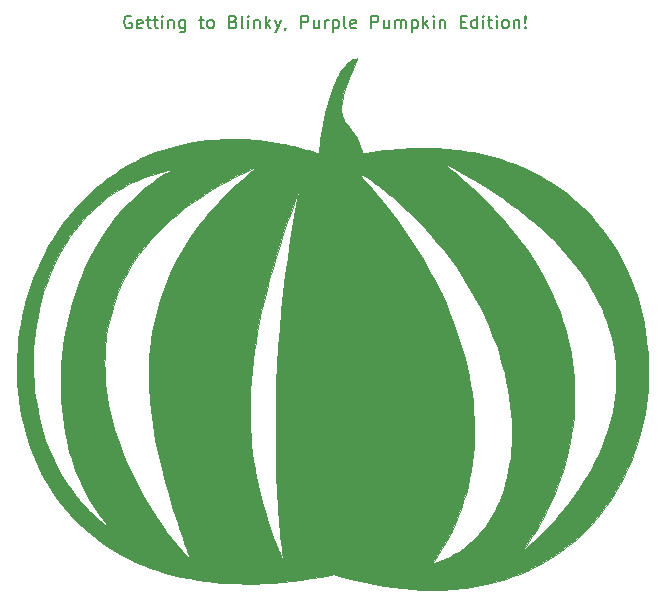
<source format=gbr>
G04 #@! TF.GenerationSoftware,KiCad,Pcbnew,(5.99.0-3978-g0efe073de)*
G04 #@! TF.CreationDate,2020-10-25T12:36:58-05:00*
G04 #@! TF.ProjectId,gtb-pumpkin,6774622d-7075-46d7-906b-696e2e6b6963,rev?*
G04 #@! TF.SameCoordinates,Original*
G04 #@! TF.FileFunction,Copper,L1,Top*
G04 #@! TF.FilePolarity,Positive*
%FSLAX46Y46*%
G04 Gerber Fmt 4.6, Leading zero omitted, Abs format (unit mm)*
G04 Created by KiCad (PCBNEW (5.99.0-3978-g0efe073de)) date 2020-10-25 12:36:58*
%MOMM*%
%LPD*%
G01*
G04 APERTURE LIST*
%ADD10C,0.152400*%
G04 #@! TA.AperFunction,EtchedComponent*
%ADD11C,0.010000*%
G04 #@! TD*
G04 APERTURE END LIST*
D10*
X161772600Y-94742000D02*
X161671000Y-94691200D01*
X161518600Y-94691200D01*
X161366200Y-94742000D01*
X161264600Y-94843600D01*
X161213800Y-94945200D01*
X161163000Y-95148400D01*
X161163000Y-95300800D01*
X161213800Y-95504000D01*
X161264600Y-95605600D01*
X161366200Y-95707200D01*
X161518600Y-95758000D01*
X161620200Y-95758000D01*
X161772600Y-95707200D01*
X161823400Y-95656400D01*
X161823400Y-95300800D01*
X161620200Y-95300800D01*
X162687000Y-95707200D02*
X162585400Y-95758000D01*
X162382200Y-95758000D01*
X162280600Y-95707200D01*
X162229800Y-95605600D01*
X162229800Y-95199200D01*
X162280600Y-95097600D01*
X162382200Y-95046800D01*
X162585400Y-95046800D01*
X162687000Y-95097600D01*
X162737800Y-95199200D01*
X162737800Y-95300800D01*
X162229800Y-95402400D01*
X163042600Y-95046800D02*
X163449000Y-95046800D01*
X163195000Y-94691200D02*
X163195000Y-95605600D01*
X163245800Y-95707200D01*
X163347400Y-95758000D01*
X163449000Y-95758000D01*
X163652200Y-95046800D02*
X164058600Y-95046800D01*
X163804600Y-94691200D02*
X163804600Y-95605600D01*
X163855400Y-95707200D01*
X163957000Y-95758000D01*
X164058600Y-95758000D01*
X164414200Y-95758000D02*
X164414200Y-95046800D01*
X164414200Y-94691200D02*
X164363400Y-94742000D01*
X164414200Y-94792800D01*
X164465000Y-94742000D01*
X164414200Y-94691200D01*
X164414200Y-94792800D01*
X164922200Y-95046800D02*
X164922200Y-95758000D01*
X164922200Y-95148400D02*
X164973000Y-95097600D01*
X165074600Y-95046800D01*
X165227000Y-95046800D01*
X165328600Y-95097600D01*
X165379400Y-95199200D01*
X165379400Y-95758000D01*
X166344600Y-95046800D02*
X166344600Y-95910400D01*
X166293800Y-96012000D01*
X166243000Y-96062800D01*
X166141400Y-96113600D01*
X165989000Y-96113600D01*
X165887400Y-96062800D01*
X166344600Y-95707200D02*
X166243000Y-95758000D01*
X166039800Y-95758000D01*
X165938200Y-95707200D01*
X165887400Y-95656400D01*
X165836600Y-95554800D01*
X165836600Y-95250000D01*
X165887400Y-95148400D01*
X165938200Y-95097600D01*
X166039800Y-95046800D01*
X166243000Y-95046800D01*
X166344600Y-95097600D01*
X167513000Y-95046800D02*
X167919400Y-95046800D01*
X167665400Y-94691200D02*
X167665400Y-95605600D01*
X167716200Y-95707200D01*
X167817800Y-95758000D01*
X167919400Y-95758000D01*
X168427400Y-95758000D02*
X168325800Y-95707200D01*
X168275000Y-95656400D01*
X168224200Y-95554800D01*
X168224200Y-95250000D01*
X168275000Y-95148400D01*
X168325800Y-95097600D01*
X168427400Y-95046800D01*
X168579800Y-95046800D01*
X168681400Y-95097600D01*
X168732200Y-95148400D01*
X168783000Y-95250000D01*
X168783000Y-95554800D01*
X168732200Y-95656400D01*
X168681400Y-95707200D01*
X168579800Y-95758000D01*
X168427400Y-95758000D01*
X170408600Y-95199200D02*
X170561000Y-95250000D01*
X170611800Y-95300800D01*
X170662600Y-95402400D01*
X170662600Y-95554800D01*
X170611800Y-95656400D01*
X170561000Y-95707200D01*
X170459400Y-95758000D01*
X170053000Y-95758000D01*
X170053000Y-94691200D01*
X170408600Y-94691200D01*
X170510200Y-94742000D01*
X170561000Y-94792800D01*
X170611800Y-94894400D01*
X170611800Y-94996000D01*
X170561000Y-95097600D01*
X170510200Y-95148400D01*
X170408600Y-95199200D01*
X170053000Y-95199200D01*
X171272200Y-95758000D02*
X171170600Y-95707200D01*
X171119800Y-95605600D01*
X171119800Y-94691200D01*
X171678600Y-95758000D02*
X171678600Y-95046800D01*
X171678600Y-94691200D02*
X171627800Y-94742000D01*
X171678600Y-94792800D01*
X171729400Y-94742000D01*
X171678600Y-94691200D01*
X171678600Y-94792800D01*
X172186600Y-95046800D02*
X172186600Y-95758000D01*
X172186600Y-95148400D02*
X172237400Y-95097600D01*
X172339000Y-95046800D01*
X172491400Y-95046800D01*
X172593000Y-95097600D01*
X172643800Y-95199200D01*
X172643800Y-95758000D01*
X173151800Y-95758000D02*
X173151800Y-94691200D01*
X173253400Y-95351600D02*
X173558200Y-95758000D01*
X173558200Y-95046800D02*
X173151800Y-95453200D01*
X173913800Y-95046800D02*
X174167800Y-95758000D01*
X174421800Y-95046800D02*
X174167800Y-95758000D01*
X174066200Y-96012000D01*
X174015400Y-96062800D01*
X173913800Y-96113600D01*
X174879000Y-95707200D02*
X174879000Y-95758000D01*
X174828200Y-95859600D01*
X174777400Y-95910400D01*
X176149000Y-95758000D02*
X176149000Y-94691200D01*
X176555400Y-94691200D01*
X176657000Y-94742000D01*
X176707800Y-94792800D01*
X176758600Y-94894400D01*
X176758600Y-95046800D01*
X176707800Y-95148400D01*
X176657000Y-95199200D01*
X176555400Y-95250000D01*
X176149000Y-95250000D01*
X177673000Y-95046800D02*
X177673000Y-95758000D01*
X177215800Y-95046800D02*
X177215800Y-95605600D01*
X177266600Y-95707200D01*
X177368200Y-95758000D01*
X177520600Y-95758000D01*
X177622200Y-95707200D01*
X177673000Y-95656400D01*
X178181000Y-95758000D02*
X178181000Y-95046800D01*
X178181000Y-95250000D02*
X178231800Y-95148400D01*
X178282600Y-95097600D01*
X178384200Y-95046800D01*
X178485800Y-95046800D01*
X178841400Y-95046800D02*
X178841400Y-96113600D01*
X178841400Y-95097600D02*
X178943000Y-95046800D01*
X179146200Y-95046800D01*
X179247800Y-95097600D01*
X179298600Y-95148400D01*
X179349400Y-95250000D01*
X179349400Y-95554800D01*
X179298600Y-95656400D01*
X179247800Y-95707200D01*
X179146200Y-95758000D01*
X178943000Y-95758000D01*
X178841400Y-95707200D01*
X179959000Y-95758000D02*
X179857400Y-95707200D01*
X179806600Y-95605600D01*
X179806600Y-94691200D01*
X180771800Y-95707200D02*
X180670200Y-95758000D01*
X180467000Y-95758000D01*
X180365400Y-95707200D01*
X180314600Y-95605600D01*
X180314600Y-95199200D01*
X180365400Y-95097600D01*
X180467000Y-95046800D01*
X180670200Y-95046800D01*
X180771800Y-95097600D01*
X180822600Y-95199200D01*
X180822600Y-95300800D01*
X180314600Y-95402400D01*
X182092600Y-95758000D02*
X182092600Y-94691200D01*
X182499000Y-94691200D01*
X182600600Y-94742000D01*
X182651400Y-94792800D01*
X182702200Y-94894400D01*
X182702200Y-95046800D01*
X182651400Y-95148400D01*
X182600600Y-95199200D01*
X182499000Y-95250000D01*
X182092600Y-95250000D01*
X183616600Y-95046800D02*
X183616600Y-95758000D01*
X183159400Y-95046800D02*
X183159400Y-95605600D01*
X183210200Y-95707200D01*
X183311800Y-95758000D01*
X183464200Y-95758000D01*
X183565800Y-95707200D01*
X183616600Y-95656400D01*
X184124600Y-95758000D02*
X184124600Y-95046800D01*
X184124600Y-95148400D02*
X184175400Y-95097600D01*
X184277000Y-95046800D01*
X184429400Y-95046800D01*
X184531000Y-95097600D01*
X184581800Y-95199200D01*
X184581800Y-95758000D01*
X184581800Y-95199200D02*
X184632600Y-95097600D01*
X184734200Y-95046800D01*
X184886600Y-95046800D01*
X184988200Y-95097600D01*
X185039000Y-95199200D01*
X185039000Y-95758000D01*
X185547000Y-95046800D02*
X185547000Y-96113600D01*
X185547000Y-95097600D02*
X185648600Y-95046800D01*
X185851800Y-95046800D01*
X185953400Y-95097600D01*
X186004200Y-95148400D01*
X186055000Y-95250000D01*
X186055000Y-95554800D01*
X186004200Y-95656400D01*
X185953400Y-95707200D01*
X185851800Y-95758000D01*
X185648600Y-95758000D01*
X185547000Y-95707200D01*
X186512200Y-95758000D02*
X186512200Y-94691200D01*
X186613800Y-95351600D02*
X186918600Y-95758000D01*
X186918600Y-95046800D02*
X186512200Y-95453200D01*
X187375800Y-95758000D02*
X187375800Y-95046800D01*
X187375800Y-94691200D02*
X187325000Y-94742000D01*
X187375800Y-94792800D01*
X187426600Y-94742000D01*
X187375800Y-94691200D01*
X187375800Y-94792800D01*
X187883800Y-95046800D02*
X187883800Y-95758000D01*
X187883800Y-95148400D02*
X187934600Y-95097600D01*
X188036200Y-95046800D01*
X188188600Y-95046800D01*
X188290200Y-95097600D01*
X188341000Y-95199200D01*
X188341000Y-95758000D01*
X189661800Y-95199200D02*
X190017400Y-95199200D01*
X190169800Y-95758000D02*
X189661800Y-95758000D01*
X189661800Y-94691200D01*
X190169800Y-94691200D01*
X191084200Y-95758000D02*
X191084200Y-94691200D01*
X191084200Y-95707200D02*
X190982600Y-95758000D01*
X190779400Y-95758000D01*
X190677800Y-95707200D01*
X190627000Y-95656400D01*
X190576200Y-95554800D01*
X190576200Y-95250000D01*
X190627000Y-95148400D01*
X190677800Y-95097600D01*
X190779400Y-95046800D01*
X190982600Y-95046800D01*
X191084200Y-95097600D01*
X191592200Y-95758000D02*
X191592200Y-95046800D01*
X191592200Y-94691200D02*
X191541400Y-94742000D01*
X191592200Y-94792800D01*
X191643000Y-94742000D01*
X191592200Y-94691200D01*
X191592200Y-94792800D01*
X191947800Y-95046800D02*
X192354200Y-95046800D01*
X192100200Y-94691200D02*
X192100200Y-95605600D01*
X192151000Y-95707200D01*
X192252600Y-95758000D01*
X192354200Y-95758000D01*
X192709800Y-95758000D02*
X192709800Y-95046800D01*
X192709800Y-94691200D02*
X192659000Y-94742000D01*
X192709800Y-94792800D01*
X192760600Y-94742000D01*
X192709800Y-94691200D01*
X192709800Y-94792800D01*
X193370200Y-95758000D02*
X193268600Y-95707200D01*
X193217800Y-95656400D01*
X193167000Y-95554800D01*
X193167000Y-95250000D01*
X193217800Y-95148400D01*
X193268600Y-95097600D01*
X193370200Y-95046800D01*
X193522600Y-95046800D01*
X193624200Y-95097600D01*
X193675000Y-95148400D01*
X193725800Y-95250000D01*
X193725800Y-95554800D01*
X193675000Y-95656400D01*
X193624200Y-95707200D01*
X193522600Y-95758000D01*
X193370200Y-95758000D01*
X194183000Y-95046800D02*
X194183000Y-95758000D01*
X194183000Y-95148400D02*
X194233800Y-95097600D01*
X194335400Y-95046800D01*
X194487800Y-95046800D01*
X194589400Y-95097600D01*
X194640200Y-95199200D01*
X194640200Y-95758000D01*
X195148200Y-95656400D02*
X195199000Y-95707200D01*
X195148200Y-95758000D01*
X195097400Y-95707200D01*
X195148200Y-95656400D01*
X195148200Y-95758000D01*
X195148200Y-95351600D02*
X195097400Y-94742000D01*
X195148200Y-94691200D01*
X195199000Y-94742000D01*
X195148200Y-95351600D01*
X195148200Y-94691200D01*
G36*
X152140823Y-122907538D02*
G01*
X152210801Y-122179032D01*
X152298369Y-121499800D01*
X152412091Y-120797253D01*
X152548894Y-120100332D01*
X152708411Y-119409899D01*
X152890274Y-118726817D01*
X153094116Y-118051948D01*
X153319569Y-117386155D01*
X153566266Y-116730300D01*
X153833840Y-116085247D01*
X154121923Y-115451858D01*
X154430148Y-114830995D01*
X154758148Y-114223521D01*
X155105554Y-113630299D01*
X155472000Y-113052191D01*
X155857118Y-112490060D01*
X156260541Y-111944768D01*
X156495425Y-111645700D01*
X156909846Y-111147708D01*
X157341438Y-110664932D01*
X157788516Y-110199051D01*
X158249397Y-109751748D01*
X158722399Y-109324700D01*
X159205838Y-108919590D01*
X159308800Y-108837247D01*
X159829586Y-108440199D01*
X160362843Y-108065204D01*
X160908268Y-107712363D01*
X161465556Y-107381775D01*
X162034406Y-107073540D01*
X162078103Y-107052013D01*
X187985400Y-107052013D01*
X187994934Y-107061275D01*
X188021288Y-107083222D01*
X188061085Y-107115136D01*
X188110949Y-107154295D01*
X188147325Y-107182473D01*
X188738471Y-107647864D01*
X189323879Y-108128238D01*
X189901239Y-108621442D01*
X190468238Y-109125321D01*
X191022567Y-109637722D01*
X191561914Y-110156490D01*
X192083968Y-110679472D01*
X192586419Y-111204512D01*
X193066955Y-111729458D01*
X193263018Y-111950906D01*
X193794130Y-112573662D01*
X194301226Y-113202363D01*
X194784243Y-113836872D01*
X195243122Y-114477053D01*
X195677800Y-115122767D01*
X196088215Y-115773879D01*
X196474306Y-116430250D01*
X196836012Y-117091744D01*
X197173270Y-117758224D01*
X197486020Y-118429551D01*
X197774199Y-119105590D01*
X198037746Y-119786203D01*
X198276600Y-120471254D01*
X198490698Y-121160604D01*
X198679980Y-121854116D01*
X198844383Y-122551654D01*
X198983846Y-123253081D01*
X199098308Y-123958259D01*
X199187707Y-124667051D01*
X199243491Y-125266450D01*
X199253846Y-125401535D01*
X199262725Y-125523783D01*
X199270235Y-125636584D01*
X199276487Y-125743325D01*
X199281589Y-125847395D01*
X199285652Y-125952182D01*
X199288783Y-126061074D01*
X199291093Y-126177461D01*
X199292691Y-126304730D01*
X199293686Y-126446269D01*
X199294188Y-126605468D01*
X199294305Y-126785714D01*
X199294283Y-126841250D01*
X199293945Y-127044013D01*
X199293079Y-127224956D01*
X199291545Y-127387656D01*
X199289202Y-127535690D01*
X199285909Y-127672634D01*
X199281525Y-127802066D01*
X199275909Y-127927562D01*
X199268921Y-128052699D01*
X199260420Y-128181054D01*
X199250265Y-128316205D01*
X199238315Y-128461727D01*
X199224430Y-128621198D01*
X199224038Y-128625600D01*
X199146532Y-129353570D01*
X199043737Y-130079581D01*
X198915702Y-130803462D01*
X198762474Y-131525044D01*
X198584103Y-132244157D01*
X198380636Y-132960631D01*
X198152122Y-133674295D01*
X197898608Y-134384982D01*
X197620143Y-135092520D01*
X197316776Y-135796740D01*
X196988554Y-136497473D01*
X196985959Y-136502795D01*
X196762456Y-136948136D01*
X196523118Y-137400654D01*
X196270855Y-137855390D01*
X196008577Y-138307389D01*
X195739196Y-138751692D01*
X195465621Y-139183343D01*
X195190763Y-139597385D01*
X195045161Y-139808567D01*
X195001874Y-139870616D01*
X194963184Y-139926313D01*
X194931634Y-139971980D01*
X194909765Y-140003939D01*
X194900353Y-140018117D01*
X194899622Y-140021894D01*
X194907215Y-140017844D01*
X194924463Y-140004840D01*
X194952700Y-139981754D01*
X194993259Y-139947459D01*
X195047473Y-139900826D01*
X195116676Y-139840730D01*
X195202201Y-139766043D01*
X195305380Y-139675637D01*
X195306436Y-139674710D01*
X195806170Y-139225321D01*
X196298485Y-138760735D01*
X196779440Y-138284899D01*
X197245097Y-137801760D01*
X197691514Y-137315264D01*
X197918107Y-137058400D01*
X198390163Y-136499735D01*
X198839772Y-135935146D01*
X199266707Y-135365048D01*
X199670741Y-134789856D01*
X200051645Y-134209988D01*
X200409191Y-133625858D01*
X200743153Y-133037884D01*
X201053303Y-132446479D01*
X201339413Y-131852062D01*
X201601255Y-131255047D01*
X201838601Y-130655851D01*
X202051225Y-130054890D01*
X202238899Y-129452579D01*
X202393849Y-128879600D01*
X202531849Y-128278162D01*
X202644616Y-127677128D01*
X202732135Y-127076686D01*
X202794388Y-126477023D01*
X202831362Y-125878327D01*
X202843040Y-125280787D01*
X202829406Y-124684589D01*
X202793013Y-124119839D01*
X202730281Y-123530139D01*
X202642338Y-122943278D01*
X202529228Y-122359386D01*
X202390997Y-121778592D01*
X202227689Y-121201024D01*
X202039347Y-120626813D01*
X201826017Y-120056087D01*
X201587743Y-119488976D01*
X201324569Y-118925609D01*
X201036539Y-118366116D01*
X200723699Y-117810625D01*
X200497846Y-117436900D01*
X200146404Y-116893150D01*
X199770072Y-116353433D01*
X199369077Y-115817995D01*
X198943646Y-115287083D01*
X198494005Y-114760945D01*
X198020381Y-114239828D01*
X197523000Y-113723979D01*
X197002090Y-113213645D01*
X196457877Y-112709074D01*
X195890588Y-112210513D01*
X195300449Y-111718208D01*
X195122800Y-111574829D01*
X194509908Y-111095717D01*
X193875026Y-110622788D01*
X193217802Y-110155817D01*
X192537886Y-109694581D01*
X191834927Y-109238855D01*
X191108573Y-108788416D01*
X190358474Y-108343040D01*
X189584278Y-107902502D01*
X188785635Y-107466578D01*
X188210825Y-107163524D01*
X188142392Y-107128219D01*
X188082318Y-107097740D01*
X188033963Y-107073750D01*
X188000689Y-107057912D01*
X187985857Y-107051889D01*
X187985400Y-107052013D01*
X162078103Y-107052013D01*
X162614512Y-106787758D01*
X163205572Y-106524528D01*
X163807282Y-106283951D01*
X164419338Y-106066126D01*
X165041438Y-105871154D01*
X165673276Y-105699133D01*
X166314551Y-105550163D01*
X166964958Y-105424345D01*
X167624194Y-105321779D01*
X168291955Y-105242563D01*
X168967938Y-105186798D01*
X169651839Y-105154584D01*
X170343355Y-105146020D01*
X170529250Y-105147747D01*
X171043909Y-105160155D01*
X171548244Y-105183275D01*
X172046823Y-105217579D01*
X172544216Y-105263537D01*
X173044995Y-105321620D01*
X173553728Y-105392300D01*
X174074985Y-105476048D01*
X174559757Y-105563201D01*
X174785725Y-105607360D01*
X175026420Y-105657392D01*
X175278385Y-105712428D01*
X175538163Y-105771603D01*
X175802299Y-105834047D01*
X176067334Y-105898895D01*
X176329814Y-105965278D01*
X176586281Y-106032331D01*
X176833278Y-106099185D01*
X177067350Y-106164973D01*
X177285040Y-106228829D01*
X177482890Y-106289884D01*
X177575380Y-106319776D01*
X177621851Y-106334042D01*
X177658480Y-106343372D01*
X177679166Y-106346279D01*
X177681413Y-106345619D01*
X177684445Y-106331393D01*
X177688807Y-106295882D01*
X177694094Y-106243141D01*
X177699900Y-106177226D01*
X177705819Y-106102192D01*
X177705995Y-106099833D01*
X177743149Y-105677254D01*
X177792258Y-105243687D01*
X177852654Y-104802116D01*
X177923669Y-104355526D01*
X178004634Y-103906902D01*
X178094883Y-103459228D01*
X178193747Y-103015490D01*
X178300559Y-102578672D01*
X178414649Y-102151758D01*
X178535351Y-101737734D01*
X178661996Y-101339585D01*
X178793917Y-100960294D01*
X178930445Y-100602848D01*
X178943160Y-100571300D01*
X179076045Y-100257242D01*
X179211108Y-99965980D01*
X179348170Y-99697729D01*
X179487052Y-99452703D01*
X179627577Y-99231119D01*
X179769565Y-99033192D01*
X179912838Y-98859138D01*
X180057217Y-98709172D01*
X180202525Y-98583509D01*
X180348581Y-98482366D01*
X180495209Y-98405957D01*
X180642229Y-98354498D01*
X180789462Y-98328205D01*
X180802389Y-98327105D01*
X180852228Y-98323634D01*
X180881515Y-98323340D01*
X180894990Y-98327061D01*
X180897390Y-98335638D01*
X180895450Y-98343587D01*
X180888804Y-98360582D01*
X180873213Y-98398033D01*
X180849884Y-98453115D01*
X180820025Y-98522999D01*
X180784843Y-98604860D01*
X180745544Y-98695872D01*
X180708813Y-98780600D01*
X180537098Y-99182258D01*
X180379695Y-99563596D01*
X180236423Y-99925153D01*
X180107100Y-100267468D01*
X179991542Y-100591079D01*
X179889570Y-100896524D01*
X179800999Y-101184342D01*
X179725649Y-101455072D01*
X179663337Y-101709253D01*
X179613881Y-101947421D01*
X179588322Y-102095300D01*
X179575777Y-102193361D01*
X179566419Y-102305144D01*
X179560288Y-102425256D01*
X179557422Y-102548307D01*
X179557858Y-102668904D01*
X179561636Y-102781658D01*
X179568793Y-102881177D01*
X179579367Y-102962071D01*
X179582059Y-102976349D01*
X179612190Y-103105901D01*
X179649676Y-103228982D01*
X179696255Y-103348967D01*
X179753661Y-103469232D01*
X179823633Y-103593152D01*
X179907906Y-103724103D01*
X180008216Y-103865459D01*
X180105552Y-103993950D01*
X180210860Y-104130102D01*
X180302080Y-104248916D01*
X180380994Y-104352886D01*
X180449382Y-104444508D01*
X180509026Y-104526275D01*
X180561706Y-104600684D01*
X180609204Y-104670228D01*
X180653300Y-104737403D01*
X180695775Y-104804702D01*
X180738411Y-104874622D01*
X180759740Y-104910324D01*
X180861823Y-105093913D01*
X180962151Y-105296799D01*
X181058233Y-105512887D01*
X181147579Y-105736084D01*
X181227699Y-105960298D01*
X181296102Y-106179434D01*
X181331142Y-106308525D01*
X181341939Y-106345392D01*
X181351751Y-106369606D01*
X181356553Y-106375200D01*
X181370937Y-106373204D01*
X181406839Y-106367597D01*
X181460724Y-106358949D01*
X181529058Y-106347832D01*
X181608305Y-106334814D01*
X181668477Y-106324861D01*
X182183772Y-106243680D01*
X182696410Y-106171713D01*
X183211153Y-106108446D01*
X183732759Y-106053364D01*
X184265988Y-106005955D01*
X184815601Y-105965704D01*
X185229500Y-105940569D01*
X185306993Y-105937123D01*
X185406766Y-105934085D01*
X185526008Y-105931454D01*
X185661909Y-105929229D01*
X185811658Y-105927411D01*
X185972446Y-105926000D01*
X186141462Y-105924996D01*
X186315896Y-105924398D01*
X186492936Y-105924207D01*
X186669774Y-105924422D01*
X186843599Y-105925043D01*
X187011600Y-105926071D01*
X187170968Y-105927504D01*
X187318891Y-105929344D01*
X187452560Y-105931590D01*
X187569164Y-105934242D01*
X187665894Y-105937300D01*
X187737750Y-105940635D01*
X188210694Y-105971427D01*
X188662267Y-106007579D01*
X189096018Y-106049530D01*
X189515495Y-106097722D01*
X189924247Y-106152593D01*
X190325821Y-106214585D01*
X190723766Y-106284136D01*
X191103250Y-106357931D01*
X191763397Y-106503374D01*
X192407170Y-106667352D01*
X193036100Y-106850384D01*
X193651717Y-107052989D01*
X194255553Y-107275689D01*
X194849139Y-107519001D01*
X195434007Y-107783447D01*
X195738750Y-107931243D01*
X196299188Y-108221405D01*
X196840160Y-108526082D01*
X197364063Y-108846858D01*
X197873293Y-109185318D01*
X198370247Y-109543048D01*
X198857323Y-109921632D01*
X199277140Y-110271114D01*
X199600842Y-110557590D01*
X199927663Y-110863441D01*
X200252843Y-111183896D01*
X200571618Y-111514182D01*
X200879227Y-111849528D01*
X201073680Y-112071150D01*
X201484342Y-112567167D01*
X201877906Y-113081515D01*
X202253900Y-113613318D01*
X202611849Y-114161702D01*
X202951279Y-114725790D01*
X203271717Y-115304709D01*
X203572687Y-115897582D01*
X203853716Y-116503536D01*
X204114329Y-117121695D01*
X204354054Y-117751183D01*
X204572415Y-118391127D01*
X204674197Y-118717260D01*
X204864320Y-119386646D01*
X205030886Y-120060033D01*
X205174175Y-120738969D01*
X205294470Y-121425001D01*
X205392049Y-122119675D01*
X205467195Y-122824538D01*
X205504330Y-123291600D01*
X205527775Y-123705117D01*
X205542539Y-124136239D01*
X205548647Y-124578710D01*
X205546126Y-125026273D01*
X205535002Y-125472672D01*
X205515302Y-125911652D01*
X205491699Y-126276100D01*
X205428089Y-126972627D01*
X205341830Y-127662632D01*
X205233209Y-128345500D01*
X205102514Y-129020616D01*
X204950032Y-129687365D01*
X204776052Y-130345133D01*
X204580860Y-130993306D01*
X204364745Y-131631269D01*
X204127994Y-132258407D01*
X203870896Y-132874107D01*
X203593737Y-133477753D01*
X203296805Y-134068732D01*
X202980389Y-134646428D01*
X202644775Y-135210227D01*
X202290252Y-135759515D01*
X201917107Y-136293678D01*
X201525628Y-136812100D01*
X201116102Y-137314167D01*
X200688818Y-137799265D01*
X200244063Y-138266780D01*
X199782125Y-138716096D01*
X199580500Y-138901547D01*
X199098115Y-139320747D01*
X198599641Y-139720463D01*
X198085604Y-140100418D01*
X197556535Y-140460335D01*
X197012962Y-140799937D01*
X196455414Y-141118948D01*
X195884421Y-141417091D01*
X195300512Y-141694090D01*
X194704215Y-141949667D01*
X194096060Y-142183547D01*
X193476575Y-142395452D01*
X192846291Y-142585105D01*
X192227200Y-142747038D01*
X191804245Y-142844957D01*
X191384244Y-142932532D01*
X190963448Y-143010308D01*
X190538106Y-143078830D01*
X190104468Y-143138644D01*
X189658784Y-143190294D01*
X189197305Y-143234326D01*
X188716280Y-143271285D01*
X188544200Y-143282550D01*
X188485068Y-143285400D01*
X188403354Y-143288058D01*
X188301873Y-143290509D01*
X188183443Y-143292741D01*
X188050881Y-143294739D01*
X187907002Y-143296489D01*
X187754624Y-143297976D01*
X187596563Y-143299187D01*
X187435637Y-143300108D01*
X187274660Y-143300725D01*
X187116451Y-143301024D01*
X186963826Y-143300990D01*
X186819601Y-143300609D01*
X186686594Y-143299868D01*
X186567620Y-143298753D01*
X186465497Y-143297248D01*
X186383041Y-143295342D01*
X186334400Y-143293575D01*
X185550084Y-143246126D01*
X184758011Y-143175255D01*
X183959631Y-143081213D01*
X183156396Y-142964251D01*
X182349755Y-142824619D01*
X181541158Y-142662568D01*
X180732056Y-142478348D01*
X179923899Y-142272211D01*
X179133051Y-142048827D01*
X178923053Y-141986634D01*
X178665591Y-142037030D01*
X177812395Y-142196085D01*
X176975116Y-142336060D01*
X176152962Y-142457006D01*
X175345139Y-142558972D01*
X174550857Y-142642008D01*
X173769323Y-142706165D01*
X172999745Y-142751493D01*
X172241329Y-142778042D01*
X171493285Y-142785862D01*
X170754820Y-142775004D01*
X170025141Y-142745517D01*
X169303457Y-142697453D01*
X168859200Y-142658298D01*
X168125181Y-142576546D01*
X167403616Y-142474133D01*
X166694784Y-142351171D01*
X165998964Y-142207771D01*
X165316436Y-142044044D01*
X164647479Y-141860101D01*
X163992373Y-141656053D01*
X163351397Y-141432011D01*
X162724831Y-141188086D01*
X162112954Y-140924391D01*
X161516045Y-140641035D01*
X160934385Y-140338130D01*
X160368252Y-140015786D01*
X159817925Y-139674116D01*
X159283685Y-139313231D01*
X158765811Y-138933240D01*
X158264582Y-138534256D01*
X158063942Y-138365198D01*
X157660579Y-138007374D01*
X157263500Y-137630825D01*
X156878080Y-137240912D01*
X156509694Y-136842994D01*
X156314208Y-136620250D01*
X155905064Y-136125232D01*
X155515313Y-135614042D01*
X155145179Y-135087175D01*
X154794890Y-134545128D01*
X154464672Y-133988396D01*
X154154752Y-133417474D01*
X153865354Y-132832860D01*
X153596706Y-132235048D01*
X153349035Y-131624534D01*
X153122565Y-131001815D01*
X152917524Y-130367387D01*
X152734138Y-129721744D01*
X152572633Y-129065383D01*
X152433236Y-128398800D01*
X152350108Y-127933450D01*
X152245327Y-127226320D01*
X152165502Y-126514864D01*
X152110635Y-125799506D01*
X152080730Y-125080671D01*
X152075791Y-124358781D01*
X152078867Y-124247514D01*
X153453504Y-124247514D01*
X153468484Y-124941974D01*
X153506312Y-125634796D01*
X153567090Y-126324731D01*
X153650921Y-127010531D01*
X153757907Y-127690948D01*
X153840025Y-128130300D01*
X153978938Y-128774056D01*
X154136969Y-129404743D01*
X154313863Y-130021935D01*
X154509361Y-130625206D01*
X154723206Y-131214128D01*
X154955141Y-131788276D01*
X155204908Y-132347224D01*
X155472251Y-132890544D01*
X155756913Y-133417811D01*
X156058635Y-133928598D01*
X156377161Y-134422479D01*
X156712234Y-134899028D01*
X157063596Y-135357817D01*
X157430989Y-135798422D01*
X157814158Y-136220415D01*
X158212844Y-136623370D01*
X158626790Y-137006860D01*
X159055740Y-137370460D01*
X159499435Y-137713743D01*
X159716905Y-137870707D01*
X159768690Y-137907121D01*
X159802502Y-137930313D01*
X159821083Y-137941758D01*
X159827178Y-137942928D01*
X159823531Y-137935296D01*
X159815174Y-137923474D01*
X159802243Y-137907167D01*
X159775502Y-137874510D01*
X159737501Y-137828582D01*
X159690793Y-137772459D01*
X159637928Y-137709220D01*
X159606825Y-137672131D01*
X159262072Y-137242750D01*
X158931205Y-136792660D01*
X158614651Y-136322693D01*
X158312837Y-135833679D01*
X158026189Y-135326451D01*
X157755136Y-134801840D01*
X157500103Y-134260678D01*
X157261518Y-133703796D01*
X157039808Y-133132027D01*
X156835400Y-132546201D01*
X156648720Y-131947150D01*
X156623937Y-131861975D01*
X156455869Y-131239693D01*
X156305963Y-130601895D01*
X156174680Y-129951286D01*
X156062484Y-129290567D01*
X155969837Y-128622441D01*
X155897201Y-127949613D01*
X155848539Y-127330200D01*
X155823367Y-126854384D01*
X155807800Y-126361988D01*
X155801836Y-125859943D01*
X155805477Y-125355183D01*
X155818722Y-124854640D01*
X155841571Y-124365247D01*
X155848470Y-124250450D01*
X155855705Y-124158708D01*
X159502158Y-124158708D01*
X159512874Y-124708054D01*
X159541794Y-125269243D01*
X159588693Y-125839578D01*
X159653345Y-126416361D01*
X159735526Y-126996894D01*
X159835011Y-127578478D01*
X159843208Y-127622300D01*
X159984805Y-128310035D01*
X160151112Y-129000581D01*
X160341706Y-129693072D01*
X160556166Y-130386645D01*
X160794068Y-131080435D01*
X161054989Y-131773577D01*
X161338508Y-132465207D01*
X161644201Y-133154460D01*
X161971646Y-133840473D01*
X162320421Y-134522380D01*
X162690102Y-135199316D01*
X163080268Y-135870419D01*
X163490494Y-136534822D01*
X163920360Y-137191662D01*
X164369442Y-137840074D01*
X164837318Y-138479193D01*
X165323565Y-139108155D01*
X165663619Y-139528550D01*
X165730456Y-139609084D01*
X165804856Y-139697669D01*
X165885260Y-139792530D01*
X165970111Y-139891892D01*
X166057850Y-139993978D01*
X166146918Y-140097014D01*
X166235759Y-140199223D01*
X166322814Y-140298831D01*
X166406525Y-140394061D01*
X166485333Y-140483138D01*
X166557681Y-140564287D01*
X166622011Y-140635732D01*
X166676764Y-140695697D01*
X166720383Y-140742408D01*
X166751309Y-140774087D01*
X166767984Y-140788961D01*
X166770373Y-140789759D01*
X166767999Y-140776968D01*
X166758606Y-140745117D01*
X166743707Y-140699070D01*
X166725669Y-140646137D01*
X166712388Y-140608004D01*
X166691692Y-140548588D01*
X166664522Y-140470592D01*
X166631820Y-140376719D01*
X166594526Y-140269671D01*
X166553584Y-140152151D01*
X166509933Y-140026861D01*
X166464517Y-139896506D01*
X166433663Y-139807950D01*
X166270292Y-139337195D01*
X166115801Y-138888126D01*
X165969581Y-138458868D01*
X165831026Y-138047545D01*
X165699529Y-137652282D01*
X165574480Y-137271202D01*
X165455274Y-136902430D01*
X165341303Y-136544090D01*
X165231959Y-136194307D01*
X165126635Y-135851206D01*
X165024723Y-135512910D01*
X164925615Y-135177544D01*
X164852470Y-134925809D01*
X164638760Y-134165876D01*
X164441371Y-133424075D01*
X164260091Y-132699257D01*
X164094707Y-131990273D01*
X163945006Y-131295974D01*
X163810775Y-130615211D01*
X163691801Y-129946835D01*
X163587870Y-129289697D01*
X163498770Y-128642649D01*
X163436152Y-128106185D01*
X171795885Y-128106185D01*
X171806532Y-128900320D01*
X171837885Y-129685795D01*
X171875477Y-130276600D01*
X171935704Y-130975362D01*
X172012980Y-131671468D01*
X172107649Y-132366423D01*
X172220058Y-133061732D01*
X172350549Y-133758899D01*
X172499469Y-134459430D01*
X172667161Y-135164831D01*
X172853972Y-135876606D01*
X173060244Y-136596261D01*
X173286324Y-137325301D01*
X173532556Y-138065231D01*
X173799285Y-138817556D01*
X173885730Y-139052300D01*
X173923647Y-139153689D01*
X173966153Y-139266121D01*
X174012450Y-139387572D01*
X174061740Y-139516018D01*
X174113228Y-139649436D01*
X174166114Y-139785802D01*
X174219602Y-139923094D01*
X174272894Y-140059286D01*
X174325193Y-140192357D01*
X174375701Y-140320282D01*
X174423621Y-140441037D01*
X174468156Y-140552600D01*
X174508509Y-140652946D01*
X174543881Y-140740053D01*
X174573476Y-140811897D01*
X174596496Y-140866453D01*
X174612143Y-140901699D01*
X174619621Y-140915612D01*
X174620030Y-140915702D01*
X174619849Y-140902443D01*
X174617002Y-140867717D01*
X174611864Y-140815275D01*
X174604808Y-140748869D01*
X174596208Y-140672250D01*
X174593112Y-140645516D01*
X174543671Y-140207683D01*
X174494900Y-139748125D01*
X174447127Y-139270515D01*
X174400683Y-138778524D01*
X174355895Y-138275827D01*
X174313093Y-137766095D01*
X174272606Y-137253000D01*
X174234763Y-136740216D01*
X174206310Y-136328150D01*
X174124604Y-134955694D01*
X174061973Y-133568835D01*
X174018452Y-132169979D01*
X173994072Y-130761530D01*
X173988868Y-129345896D01*
X174002873Y-127925482D01*
X174036120Y-126502694D01*
X174060352Y-125780800D01*
X174128274Y-124257064D01*
X174219147Y-122734226D01*
X174332814Y-121213611D01*
X174469122Y-119696546D01*
X174627915Y-118184356D01*
X174809038Y-116678367D01*
X175012336Y-115179906D01*
X175237655Y-113690298D01*
X175484838Y-112210869D01*
X175753731Y-110742946D01*
X175913952Y-109925357D01*
X175937813Y-109806030D01*
X175959958Y-109694535D01*
X175979916Y-109593295D01*
X175997217Y-109504736D01*
X176011389Y-109431282D01*
X176021960Y-109375360D01*
X176028462Y-109339394D01*
X176030421Y-109325809D01*
X176030400Y-109325767D01*
X176024943Y-109335482D01*
X176012701Y-109364248D01*
X175995648Y-109407272D01*
X175980928Y-109445909D01*
X175966450Y-109484441D01*
X175944224Y-109543514D01*
X175915464Y-109619906D01*
X175881384Y-109710393D01*
X175843199Y-109811751D01*
X175802123Y-109920756D01*
X175759371Y-110034185D01*
X175738348Y-110089950D01*
X175354910Y-111125221D01*
X174991214Y-112144528D01*
X174647258Y-113147885D01*
X174323038Y-114135304D01*
X174018551Y-115106797D01*
X173733793Y-116062377D01*
X173468760Y-117002056D01*
X173223451Y-117925848D01*
X172997860Y-118833765D01*
X172791984Y-119725819D01*
X172605820Y-120602024D01*
X172439365Y-121462391D01*
X172292615Y-122306933D01*
X172168695Y-123113800D01*
X172054405Y-123977041D01*
X171961022Y-124826722D01*
X171888512Y-125663660D01*
X171836842Y-126488672D01*
X171805977Y-127302575D01*
X171795885Y-128106185D01*
X163436152Y-128106185D01*
X163424287Y-128004541D01*
X163364209Y-127374224D01*
X163318322Y-126750550D01*
X163309660Y-126606300D01*
X163289978Y-126195803D01*
X163277130Y-125772121D01*
X163271100Y-125341493D01*
X163271877Y-124910159D01*
X163279447Y-124484358D01*
X163293798Y-124070329D01*
X163314916Y-123674313D01*
X163315839Y-123659900D01*
X163374839Y-122929312D01*
X163457091Y-122208258D01*
X163562665Y-121496577D01*
X163691629Y-120794109D01*
X163844054Y-120100693D01*
X164020007Y-119416167D01*
X164219559Y-118740373D01*
X164442778Y-118073148D01*
X164689734Y-117414332D01*
X164960496Y-116763764D01*
X165255133Y-116121285D01*
X165573714Y-115486732D01*
X165916309Y-114859945D01*
X166282987Y-114240764D01*
X166673817Y-113629028D01*
X167088869Y-113024577D01*
X167528210Y-112427248D01*
X167991912Y-111836883D01*
X168480043Y-111253320D01*
X168833463Y-110851950D01*
X169179488Y-110475499D01*
X169545645Y-110093287D01*
X169928361Y-109708670D01*
X170324062Y-109325006D01*
X170729174Y-108945651D01*
X171140123Y-108573963D01*
X171553334Y-108213298D01*
X171570999Y-108198447D01*
X181129182Y-108198447D01*
X181136044Y-108208556D01*
X181157782Y-108234651D01*
X181192050Y-108274053D01*
X181236500Y-108324082D01*
X181288784Y-108382056D01*
X181319703Y-108416000D01*
X181955918Y-109127368D01*
X182575108Y-109850496D01*
X183176325Y-110584092D01*
X183758619Y-111326867D01*
X184321042Y-112077529D01*
X184862643Y-112834787D01*
X185382475Y-113597350D01*
X185879589Y-114363927D01*
X186353034Y-115133228D01*
X186723886Y-115766850D01*
X187021837Y-116297313D01*
X187302713Y-116816628D01*
X187569137Y-117329681D01*
X187671201Y-117532150D01*
X188042211Y-118297976D01*
X188390125Y-119064467D01*
X188714867Y-119831239D01*
X189016362Y-120597907D01*
X189294532Y-121364088D01*
X189549304Y-122129398D01*
X189780599Y-122893453D01*
X189988343Y-123655870D01*
X190172459Y-124416264D01*
X190332872Y-125174252D01*
X190469505Y-125929451D01*
X190582283Y-126681475D01*
X190671129Y-127429942D01*
X190735968Y-128174467D01*
X190776723Y-128914668D01*
X190793319Y-129650159D01*
X190785679Y-130380558D01*
X190753728Y-131105480D01*
X190697390Y-131824542D01*
X190626456Y-132461000D01*
X190526865Y-133147318D01*
X190403909Y-133825927D01*
X190257807Y-134496258D01*
X190088779Y-135157740D01*
X189897042Y-135809805D01*
X189682816Y-136451885D01*
X189446320Y-137083408D01*
X189187772Y-137703808D01*
X188907391Y-138312513D01*
X188605397Y-138908956D01*
X188282007Y-139492567D01*
X187937442Y-140062776D01*
X187571918Y-140619015D01*
X187388931Y-140881100D01*
X187339469Y-140950620D01*
X187303003Y-141002144D01*
X187277802Y-141038367D01*
X187262133Y-141061984D01*
X187254263Y-141075691D01*
X187252460Y-141082185D01*
X187254991Y-141084161D01*
X187258337Y-141084300D01*
X187273602Y-141080717D01*
X187308850Y-141070800D01*
X187359823Y-141055798D01*
X187422262Y-141036958D01*
X187472298Y-141021603D01*
X187903238Y-140875448D01*
X188321963Y-140707233D01*
X188728198Y-140517315D01*
X189121668Y-140306053D01*
X189502099Y-140073804D01*
X189869215Y-139820926D01*
X190222743Y-139547778D01*
X190562406Y-139254717D01*
X190887931Y-138942101D01*
X191199042Y-138610287D01*
X191495466Y-138259635D01*
X191776926Y-137890501D01*
X192043149Y-137503245D01*
X192293860Y-137098223D01*
X192528783Y-136675793D01*
X192747645Y-136236315D01*
X192950169Y-135780144D01*
X193136083Y-135307640D01*
X193305110Y-134819161D01*
X193456977Y-134315063D01*
X193591408Y-133795706D01*
X193708128Y-133261447D01*
X193795046Y-132784850D01*
X193884096Y-132174566D01*
X193950402Y-131553887D01*
X193994047Y-130923556D01*
X194015116Y-130284316D01*
X194013692Y-129636909D01*
X193989858Y-128982080D01*
X193943699Y-128320571D01*
X193875296Y-127653125D01*
X193784735Y-126980486D01*
X193672099Y-126303397D01*
X193537470Y-125622601D01*
X193380934Y-124938842D01*
X193202573Y-124252861D01*
X193002470Y-123565403D01*
X192780711Y-122877211D01*
X192633420Y-122453400D01*
X192349358Y-121695706D01*
X192040994Y-120944677D01*
X191708664Y-120200795D01*
X191352702Y-119464541D01*
X190973442Y-118736398D01*
X190571220Y-118016847D01*
X190146369Y-117306371D01*
X189699225Y-116605451D01*
X189230122Y-115914570D01*
X188739394Y-115234209D01*
X188227377Y-114564850D01*
X187694405Y-113906976D01*
X187140813Y-113261068D01*
X186566935Y-112627608D01*
X185973105Y-112007078D01*
X185359660Y-111399961D01*
X184726932Y-110806737D01*
X184251184Y-110381090D01*
X183893469Y-110072686D01*
X183518224Y-109759320D01*
X183131395Y-109445732D01*
X182738923Y-109136665D01*
X182346753Y-108836860D01*
X181960830Y-108551059D01*
X181921150Y-108522227D01*
X181819831Y-108448560D01*
X181736724Y-108388081D01*
X181669216Y-108339438D01*
X181614697Y-108301273D01*
X181570555Y-108272232D01*
X181534178Y-108250960D01*
X181502954Y-108236101D01*
X181474272Y-108226300D01*
X181445520Y-108220201D01*
X181414087Y-108216449D01*
X181377361Y-108213690D01*
X181332731Y-108210567D01*
X181318427Y-108209440D01*
X181252869Y-108204371D01*
X181196917Y-108200596D01*
X181155152Y-108198381D01*
X181132155Y-108197992D01*
X181129182Y-108198447D01*
X171570999Y-108198447D01*
X171965235Y-107867013D01*
X172300900Y-107595038D01*
X172370549Y-107539129D01*
X172421517Y-107497176D01*
X172453399Y-107469524D01*
X172465793Y-107456523D01*
X172459650Y-107457795D01*
X172443956Y-107464918D01*
X172409375Y-107479999D01*
X172360410Y-107501094D01*
X172301564Y-107526255D01*
X172275500Y-107537349D01*
X171877277Y-107710979D01*
X171465585Y-107898769D01*
X171045252Y-108098261D01*
X170621108Y-108306998D01*
X170197983Y-108522523D01*
X169780706Y-108742379D01*
X169374106Y-108964109D01*
X168983013Y-109185256D01*
X168636950Y-109388543D01*
X168001839Y-109781019D01*
X167389993Y-110183384D01*
X166801211Y-110595804D01*
X166235292Y-111018448D01*
X165692034Y-111451484D01*
X165171237Y-111895078D01*
X164672699Y-112349399D01*
X164196218Y-112814613D01*
X163741595Y-113290890D01*
X163308627Y-113778395D01*
X163167360Y-113945484D01*
X162764437Y-114447116D01*
X162384511Y-114959217D01*
X162027671Y-115481583D01*
X161694007Y-116014010D01*
X161383609Y-116556295D01*
X161096566Y-117108234D01*
X160832967Y-117669622D01*
X160592902Y-118240257D01*
X160376462Y-118819934D01*
X160183734Y-119408450D01*
X160014809Y-120005601D01*
X159869776Y-120611183D01*
X159748726Y-121224992D01*
X159651746Y-121846825D01*
X159633263Y-121987739D01*
X159604510Y-122227823D01*
X159579995Y-122462060D01*
X159559300Y-122696011D01*
X159542004Y-122935235D01*
X159527689Y-123185293D01*
X159515935Y-123451744D01*
X159509869Y-123623905D01*
X159502158Y-124158708D01*
X155855705Y-124158708D01*
X155907964Y-123496143D01*
X155991519Y-122742265D01*
X156098790Y-121990424D01*
X156229430Y-121242231D01*
X156383094Y-120499296D01*
X156559435Y-119763229D01*
X156758108Y-119035638D01*
X156978766Y-118318135D01*
X157221064Y-117612328D01*
X157349787Y-117265450D01*
X157567753Y-116716429D01*
X157803361Y-116167674D01*
X158054249Y-115624143D01*
X158318055Y-115090792D01*
X158592414Y-114572577D01*
X158853685Y-114110762D01*
X159202989Y-113536080D01*
X159568527Y-112979231D01*
X159949928Y-112440593D01*
X160346822Y-111920541D01*
X160758838Y-111419452D01*
X161185605Y-110937705D01*
X161626754Y-110475674D01*
X162081913Y-110033738D01*
X162550712Y-109612274D01*
X163032781Y-109211658D01*
X163527750Y-108832266D01*
X164035247Y-108474477D01*
X164554902Y-108138666D01*
X164964080Y-107894736D01*
X165034238Y-107854576D01*
X165100330Y-107817059D01*
X165157853Y-107784717D01*
X165202305Y-107760082D01*
X165228836Y-107745863D01*
X165258428Y-107729497D01*
X165274689Y-107717986D01*
X165275855Y-107715386D01*
X165261079Y-107715368D01*
X165224549Y-107720489D01*
X165169247Y-107730121D01*
X165098157Y-107743637D01*
X165014260Y-107760408D01*
X164920539Y-107779808D01*
X164819977Y-107801208D01*
X164715557Y-107823981D01*
X164610261Y-107847499D01*
X164507072Y-107871135D01*
X164408973Y-107894260D01*
X164318945Y-107916248D01*
X164306250Y-107919427D01*
X163748569Y-108072410D01*
X163202088Y-108248094D01*
X162667083Y-108446246D01*
X162143833Y-108666637D01*
X161632614Y-108909034D01*
X161133704Y-109173206D01*
X160647379Y-109458923D01*
X160173916Y-109765952D01*
X159713594Y-110094062D01*
X159266689Y-110443023D01*
X158833478Y-110812603D01*
X158414239Y-111202571D01*
X158009248Y-111612695D01*
X157618784Y-112042744D01*
X157243122Y-112492487D01*
X156882541Y-112961693D01*
X156537317Y-113450130D01*
X156207728Y-113957567D01*
X155894050Y-114483773D01*
X155596562Y-115028517D01*
X155456206Y-115303300D01*
X155341740Y-115535084D01*
X155238073Y-115750901D01*
X155142695Y-115956415D01*
X155053093Y-116157290D01*
X154966757Y-116359191D01*
X154881175Y-116567784D01*
X154793837Y-116788732D01*
X154767301Y-116857278D01*
X154537733Y-117487385D01*
X154329884Y-118129584D01*
X154143856Y-118782625D01*
X153979751Y-119445260D01*
X153837673Y-120116242D01*
X153717724Y-120794322D01*
X153620006Y-121478253D01*
X153544622Y-122166785D01*
X153491676Y-122858672D01*
X153461269Y-123552664D01*
X153453504Y-124247514D01*
X152078867Y-124247514D01*
X152095821Y-123634262D01*
X152140823Y-122907538D01*
G37*
D11*
X152140823Y-122907538D02*
X152210801Y-122179032D01*
X152298369Y-121499800D01*
X152412091Y-120797253D01*
X152548894Y-120100332D01*
X152708411Y-119409899D01*
X152890274Y-118726817D01*
X153094116Y-118051948D01*
X153319569Y-117386155D01*
X153566266Y-116730300D01*
X153833840Y-116085247D01*
X154121923Y-115451858D01*
X154430148Y-114830995D01*
X154758148Y-114223521D01*
X155105554Y-113630299D01*
X155472000Y-113052191D01*
X155857118Y-112490060D01*
X156260541Y-111944768D01*
X156495425Y-111645700D01*
X156909846Y-111147708D01*
X157341438Y-110664932D01*
X157788516Y-110199051D01*
X158249397Y-109751748D01*
X158722399Y-109324700D01*
X159205838Y-108919590D01*
X159308800Y-108837247D01*
X159829586Y-108440199D01*
X160362843Y-108065204D01*
X160908268Y-107712363D01*
X161465556Y-107381775D01*
X162034406Y-107073540D01*
X162078103Y-107052013D01*
X187985400Y-107052013D01*
X187994934Y-107061275D01*
X188021288Y-107083222D01*
X188061085Y-107115136D01*
X188110949Y-107154295D01*
X188147325Y-107182473D01*
X188738471Y-107647864D01*
X189323879Y-108128238D01*
X189901239Y-108621442D01*
X190468238Y-109125321D01*
X191022567Y-109637722D01*
X191561914Y-110156490D01*
X192083968Y-110679472D01*
X192586419Y-111204512D01*
X193066955Y-111729458D01*
X193263018Y-111950906D01*
X193794130Y-112573662D01*
X194301226Y-113202363D01*
X194784243Y-113836872D01*
X195243122Y-114477053D01*
X195677800Y-115122767D01*
X196088215Y-115773879D01*
X196474306Y-116430250D01*
X196836012Y-117091744D01*
X197173270Y-117758224D01*
X197486020Y-118429551D01*
X197774199Y-119105590D01*
X198037746Y-119786203D01*
X198276600Y-120471254D01*
X198490698Y-121160604D01*
X198679980Y-121854116D01*
X198844383Y-122551654D01*
X198983846Y-123253081D01*
X199098308Y-123958259D01*
X199187707Y-124667051D01*
X199243491Y-125266450D01*
X199253846Y-125401535D01*
X199262725Y-125523783D01*
X199270235Y-125636584D01*
X199276487Y-125743325D01*
X199281589Y-125847395D01*
X199285652Y-125952182D01*
X199288783Y-126061074D01*
X199291093Y-126177461D01*
X199292691Y-126304730D01*
X199293686Y-126446269D01*
X199294188Y-126605468D01*
X199294305Y-126785714D01*
X199294283Y-126841250D01*
X199293945Y-127044013D01*
X199293079Y-127224956D01*
X199291545Y-127387656D01*
X199289202Y-127535690D01*
X199285909Y-127672634D01*
X199281525Y-127802066D01*
X199275909Y-127927562D01*
X199268921Y-128052699D01*
X199260420Y-128181054D01*
X199250265Y-128316205D01*
X199238315Y-128461727D01*
X199224430Y-128621198D01*
X199224038Y-128625600D01*
X199146532Y-129353570D01*
X199043737Y-130079581D01*
X198915702Y-130803462D01*
X198762474Y-131525044D01*
X198584103Y-132244157D01*
X198380636Y-132960631D01*
X198152122Y-133674295D01*
X197898608Y-134384982D01*
X197620143Y-135092520D01*
X197316776Y-135796740D01*
X196988554Y-136497473D01*
X196985959Y-136502795D01*
X196762456Y-136948136D01*
X196523118Y-137400654D01*
X196270855Y-137855390D01*
X196008577Y-138307389D01*
X195739196Y-138751692D01*
X195465621Y-139183343D01*
X195190763Y-139597385D01*
X195045161Y-139808567D01*
X195001874Y-139870616D01*
X194963184Y-139926313D01*
X194931634Y-139971980D01*
X194909765Y-140003939D01*
X194900353Y-140018117D01*
X194899622Y-140021894D01*
X194907215Y-140017844D01*
X194924463Y-140004840D01*
X194952700Y-139981754D01*
X194993259Y-139947459D01*
X195047473Y-139900826D01*
X195116676Y-139840730D01*
X195202201Y-139766043D01*
X195305380Y-139675637D01*
X195306436Y-139674710D01*
X195806170Y-139225321D01*
X196298485Y-138760735D01*
X196779440Y-138284899D01*
X197245097Y-137801760D01*
X197691514Y-137315264D01*
X197918107Y-137058400D01*
X198390163Y-136499735D01*
X198839772Y-135935146D01*
X199266707Y-135365048D01*
X199670741Y-134789856D01*
X200051645Y-134209988D01*
X200409191Y-133625858D01*
X200743153Y-133037884D01*
X201053303Y-132446479D01*
X201339413Y-131852062D01*
X201601255Y-131255047D01*
X201838601Y-130655851D01*
X202051225Y-130054890D01*
X202238899Y-129452579D01*
X202393849Y-128879600D01*
X202531849Y-128278162D01*
X202644616Y-127677128D01*
X202732135Y-127076686D01*
X202794388Y-126477023D01*
X202831362Y-125878327D01*
X202843040Y-125280787D01*
X202829406Y-124684589D01*
X202793013Y-124119839D01*
X202730281Y-123530139D01*
X202642338Y-122943278D01*
X202529228Y-122359386D01*
X202390997Y-121778592D01*
X202227689Y-121201024D01*
X202039347Y-120626813D01*
X201826017Y-120056087D01*
X201587743Y-119488976D01*
X201324569Y-118925609D01*
X201036539Y-118366116D01*
X200723699Y-117810625D01*
X200497846Y-117436900D01*
X200146404Y-116893150D01*
X199770072Y-116353433D01*
X199369077Y-115817995D01*
X198943646Y-115287083D01*
X198494005Y-114760945D01*
X198020381Y-114239828D01*
X197523000Y-113723979D01*
X197002090Y-113213645D01*
X196457877Y-112709074D01*
X195890588Y-112210513D01*
X195300449Y-111718208D01*
X195122800Y-111574829D01*
X194509908Y-111095717D01*
X193875026Y-110622788D01*
X193217802Y-110155817D01*
X192537886Y-109694581D01*
X191834927Y-109238855D01*
X191108573Y-108788416D01*
X190358474Y-108343040D01*
X189584278Y-107902502D01*
X188785635Y-107466578D01*
X188210825Y-107163524D01*
X188142392Y-107128219D01*
X188082318Y-107097740D01*
X188033963Y-107073750D01*
X188000689Y-107057912D01*
X187985857Y-107051889D01*
X187985400Y-107052013D01*
X162078103Y-107052013D01*
X162614512Y-106787758D01*
X163205572Y-106524528D01*
X163807282Y-106283951D01*
X164419338Y-106066126D01*
X165041438Y-105871154D01*
X165673276Y-105699133D01*
X166314551Y-105550163D01*
X166964958Y-105424345D01*
X167624194Y-105321779D01*
X168291955Y-105242563D01*
X168967938Y-105186798D01*
X169651839Y-105154584D01*
X170343355Y-105146020D01*
X170529250Y-105147747D01*
X171043909Y-105160155D01*
X171548244Y-105183275D01*
X172046823Y-105217579D01*
X172544216Y-105263537D01*
X173044995Y-105321620D01*
X173553728Y-105392300D01*
X174074985Y-105476048D01*
X174559757Y-105563201D01*
X174785725Y-105607360D01*
X175026420Y-105657392D01*
X175278385Y-105712428D01*
X175538163Y-105771603D01*
X175802299Y-105834047D01*
X176067334Y-105898895D01*
X176329814Y-105965278D01*
X176586281Y-106032331D01*
X176833278Y-106099185D01*
X177067350Y-106164973D01*
X177285040Y-106228829D01*
X177482890Y-106289884D01*
X177575380Y-106319776D01*
X177621851Y-106334042D01*
X177658480Y-106343372D01*
X177679166Y-106346279D01*
X177681413Y-106345619D01*
X177684445Y-106331393D01*
X177688807Y-106295882D01*
X177694094Y-106243141D01*
X177699900Y-106177226D01*
X177705819Y-106102192D01*
X177705995Y-106099833D01*
X177743149Y-105677254D01*
X177792258Y-105243687D01*
X177852654Y-104802116D01*
X177923669Y-104355526D01*
X178004634Y-103906902D01*
X178094883Y-103459228D01*
X178193747Y-103015490D01*
X178300559Y-102578672D01*
X178414649Y-102151758D01*
X178535351Y-101737734D01*
X178661996Y-101339585D01*
X178793917Y-100960294D01*
X178930445Y-100602848D01*
X178943160Y-100571300D01*
X179076045Y-100257242D01*
X179211108Y-99965980D01*
X179348170Y-99697729D01*
X179487052Y-99452703D01*
X179627577Y-99231119D01*
X179769565Y-99033192D01*
X179912838Y-98859138D01*
X180057217Y-98709172D01*
X180202525Y-98583509D01*
X180348581Y-98482366D01*
X180495209Y-98405957D01*
X180642229Y-98354498D01*
X180789462Y-98328205D01*
X180802389Y-98327105D01*
X180852228Y-98323634D01*
X180881515Y-98323340D01*
X180894990Y-98327061D01*
X180897390Y-98335638D01*
X180895450Y-98343587D01*
X180888804Y-98360582D01*
X180873213Y-98398033D01*
X180849884Y-98453115D01*
X180820025Y-98522999D01*
X180784843Y-98604860D01*
X180745544Y-98695872D01*
X180708813Y-98780600D01*
X180537098Y-99182258D01*
X180379695Y-99563596D01*
X180236423Y-99925153D01*
X180107100Y-100267468D01*
X179991542Y-100591079D01*
X179889570Y-100896524D01*
X179800999Y-101184342D01*
X179725649Y-101455072D01*
X179663337Y-101709253D01*
X179613881Y-101947421D01*
X179588322Y-102095300D01*
X179575777Y-102193361D01*
X179566419Y-102305144D01*
X179560288Y-102425256D01*
X179557422Y-102548307D01*
X179557858Y-102668904D01*
X179561636Y-102781658D01*
X179568793Y-102881177D01*
X179579367Y-102962071D01*
X179582059Y-102976349D01*
X179612190Y-103105901D01*
X179649676Y-103228982D01*
X179696255Y-103348967D01*
X179753661Y-103469232D01*
X179823633Y-103593152D01*
X179907906Y-103724103D01*
X180008216Y-103865459D01*
X180105552Y-103993950D01*
X180210860Y-104130102D01*
X180302080Y-104248916D01*
X180380994Y-104352886D01*
X180449382Y-104444508D01*
X180509026Y-104526275D01*
X180561706Y-104600684D01*
X180609204Y-104670228D01*
X180653300Y-104737403D01*
X180695775Y-104804702D01*
X180738411Y-104874622D01*
X180759740Y-104910324D01*
X180861823Y-105093913D01*
X180962151Y-105296799D01*
X181058233Y-105512887D01*
X181147579Y-105736084D01*
X181227699Y-105960298D01*
X181296102Y-106179434D01*
X181331142Y-106308525D01*
X181341939Y-106345392D01*
X181351751Y-106369606D01*
X181356553Y-106375200D01*
X181370937Y-106373204D01*
X181406839Y-106367597D01*
X181460724Y-106358949D01*
X181529058Y-106347832D01*
X181608305Y-106334814D01*
X181668477Y-106324861D01*
X182183772Y-106243680D01*
X182696410Y-106171713D01*
X183211153Y-106108446D01*
X183732759Y-106053364D01*
X184265988Y-106005955D01*
X184815601Y-105965704D01*
X185229500Y-105940569D01*
X185306993Y-105937123D01*
X185406766Y-105934085D01*
X185526008Y-105931454D01*
X185661909Y-105929229D01*
X185811658Y-105927411D01*
X185972446Y-105926000D01*
X186141462Y-105924996D01*
X186315896Y-105924398D01*
X186492936Y-105924207D01*
X186669774Y-105924422D01*
X186843599Y-105925043D01*
X187011600Y-105926071D01*
X187170968Y-105927504D01*
X187318891Y-105929344D01*
X187452560Y-105931590D01*
X187569164Y-105934242D01*
X187665894Y-105937300D01*
X187737750Y-105940635D01*
X188210694Y-105971427D01*
X188662267Y-106007579D01*
X189096018Y-106049530D01*
X189515495Y-106097722D01*
X189924247Y-106152593D01*
X190325821Y-106214585D01*
X190723766Y-106284136D01*
X191103250Y-106357931D01*
X191763397Y-106503374D01*
X192407170Y-106667352D01*
X193036100Y-106850384D01*
X193651717Y-107052989D01*
X194255553Y-107275689D01*
X194849139Y-107519001D01*
X195434007Y-107783447D01*
X195738750Y-107931243D01*
X196299188Y-108221405D01*
X196840160Y-108526082D01*
X197364063Y-108846858D01*
X197873293Y-109185318D01*
X198370247Y-109543048D01*
X198857323Y-109921632D01*
X199277140Y-110271114D01*
X199600842Y-110557590D01*
X199927663Y-110863441D01*
X200252843Y-111183896D01*
X200571618Y-111514182D01*
X200879227Y-111849528D01*
X201073680Y-112071150D01*
X201484342Y-112567167D01*
X201877906Y-113081515D01*
X202253900Y-113613318D01*
X202611849Y-114161702D01*
X202951279Y-114725790D01*
X203271717Y-115304709D01*
X203572687Y-115897582D01*
X203853716Y-116503536D01*
X204114329Y-117121695D01*
X204354054Y-117751183D01*
X204572415Y-118391127D01*
X204674197Y-118717260D01*
X204864320Y-119386646D01*
X205030886Y-120060033D01*
X205174175Y-120738969D01*
X205294470Y-121425001D01*
X205392049Y-122119675D01*
X205467195Y-122824538D01*
X205504330Y-123291600D01*
X205527775Y-123705117D01*
X205542539Y-124136239D01*
X205548647Y-124578710D01*
X205546126Y-125026273D01*
X205535002Y-125472672D01*
X205515302Y-125911652D01*
X205491699Y-126276100D01*
X205428089Y-126972627D01*
X205341830Y-127662632D01*
X205233209Y-128345500D01*
X205102514Y-129020616D01*
X204950032Y-129687365D01*
X204776052Y-130345133D01*
X204580860Y-130993306D01*
X204364745Y-131631269D01*
X204127994Y-132258407D01*
X203870896Y-132874107D01*
X203593737Y-133477753D01*
X203296805Y-134068732D01*
X202980389Y-134646428D01*
X202644775Y-135210227D01*
X202290252Y-135759515D01*
X201917107Y-136293678D01*
X201525628Y-136812100D01*
X201116102Y-137314167D01*
X200688818Y-137799265D01*
X200244063Y-138266780D01*
X199782125Y-138716096D01*
X199580500Y-138901547D01*
X199098115Y-139320747D01*
X198599641Y-139720463D01*
X198085604Y-140100418D01*
X197556535Y-140460335D01*
X197012962Y-140799937D01*
X196455414Y-141118948D01*
X195884421Y-141417091D01*
X195300512Y-141694090D01*
X194704215Y-141949667D01*
X194096060Y-142183547D01*
X193476575Y-142395452D01*
X192846291Y-142585105D01*
X192227200Y-142747038D01*
X191804245Y-142844957D01*
X191384244Y-142932532D01*
X190963448Y-143010308D01*
X190538106Y-143078830D01*
X190104468Y-143138644D01*
X189658784Y-143190294D01*
X189197305Y-143234326D01*
X188716280Y-143271285D01*
X188544200Y-143282550D01*
X188485068Y-143285400D01*
X188403354Y-143288058D01*
X188301873Y-143290509D01*
X188183443Y-143292741D01*
X188050881Y-143294739D01*
X187907002Y-143296489D01*
X187754624Y-143297976D01*
X187596563Y-143299187D01*
X187435637Y-143300108D01*
X187274660Y-143300725D01*
X187116451Y-143301024D01*
X186963826Y-143300990D01*
X186819601Y-143300609D01*
X186686594Y-143299868D01*
X186567620Y-143298753D01*
X186465497Y-143297248D01*
X186383041Y-143295342D01*
X186334400Y-143293575D01*
X185550084Y-143246126D01*
X184758011Y-143175255D01*
X183959631Y-143081213D01*
X183156396Y-142964251D01*
X182349755Y-142824619D01*
X181541158Y-142662568D01*
X180732056Y-142478348D01*
X179923899Y-142272211D01*
X179133051Y-142048827D01*
X178923053Y-141986634D01*
X178665591Y-142037030D01*
X177812395Y-142196085D01*
X176975116Y-142336060D01*
X176152962Y-142457006D01*
X175345139Y-142558972D01*
X174550857Y-142642008D01*
X173769323Y-142706165D01*
X172999745Y-142751493D01*
X172241329Y-142778042D01*
X171493285Y-142785862D01*
X170754820Y-142775004D01*
X170025141Y-142745517D01*
X169303457Y-142697453D01*
X168859200Y-142658298D01*
X168125181Y-142576546D01*
X167403616Y-142474133D01*
X166694784Y-142351171D01*
X165998964Y-142207771D01*
X165316436Y-142044044D01*
X164647479Y-141860101D01*
X163992373Y-141656053D01*
X163351397Y-141432011D01*
X162724831Y-141188086D01*
X162112954Y-140924391D01*
X161516045Y-140641035D01*
X160934385Y-140338130D01*
X160368252Y-140015786D01*
X159817925Y-139674116D01*
X159283685Y-139313231D01*
X158765811Y-138933240D01*
X158264582Y-138534256D01*
X158063942Y-138365198D01*
X157660579Y-138007374D01*
X157263500Y-137630825D01*
X156878080Y-137240912D01*
X156509694Y-136842994D01*
X156314208Y-136620250D01*
X155905064Y-136125232D01*
X155515313Y-135614042D01*
X155145179Y-135087175D01*
X154794890Y-134545128D01*
X154464672Y-133988396D01*
X154154752Y-133417474D01*
X153865354Y-132832860D01*
X153596706Y-132235048D01*
X153349035Y-131624534D01*
X153122565Y-131001815D01*
X152917524Y-130367387D01*
X152734138Y-129721744D01*
X152572633Y-129065383D01*
X152433236Y-128398800D01*
X152350108Y-127933450D01*
X152245327Y-127226320D01*
X152165502Y-126514864D01*
X152110635Y-125799506D01*
X152080730Y-125080671D01*
X152075791Y-124358781D01*
X152078867Y-124247514D01*
X153453504Y-124247514D01*
X153468484Y-124941974D01*
X153506312Y-125634796D01*
X153567090Y-126324731D01*
X153650921Y-127010531D01*
X153757907Y-127690948D01*
X153840025Y-128130300D01*
X153978938Y-128774056D01*
X154136969Y-129404743D01*
X154313863Y-130021935D01*
X154509361Y-130625206D01*
X154723206Y-131214128D01*
X154955141Y-131788276D01*
X155204908Y-132347224D01*
X155472251Y-132890544D01*
X155756913Y-133417811D01*
X156058635Y-133928598D01*
X156377161Y-134422479D01*
X156712234Y-134899028D01*
X157063596Y-135357817D01*
X157430989Y-135798422D01*
X157814158Y-136220415D01*
X158212844Y-136623370D01*
X158626790Y-137006860D01*
X159055740Y-137370460D01*
X159499435Y-137713743D01*
X159716905Y-137870707D01*
X159768690Y-137907121D01*
X159802502Y-137930313D01*
X159821083Y-137941758D01*
X159827178Y-137942928D01*
X159823531Y-137935296D01*
X159815174Y-137923474D01*
X159802243Y-137907167D01*
X159775502Y-137874510D01*
X159737501Y-137828582D01*
X159690793Y-137772459D01*
X159637928Y-137709220D01*
X159606825Y-137672131D01*
X159262072Y-137242750D01*
X158931205Y-136792660D01*
X158614651Y-136322693D01*
X158312837Y-135833679D01*
X158026189Y-135326451D01*
X157755136Y-134801840D01*
X157500103Y-134260678D01*
X157261518Y-133703796D01*
X157039808Y-133132027D01*
X156835400Y-132546201D01*
X156648720Y-131947150D01*
X156623937Y-131861975D01*
X156455869Y-131239693D01*
X156305963Y-130601895D01*
X156174680Y-129951286D01*
X156062484Y-129290567D01*
X155969837Y-128622441D01*
X155897201Y-127949613D01*
X155848539Y-127330200D01*
X155823367Y-126854384D01*
X155807800Y-126361988D01*
X155801836Y-125859943D01*
X155805477Y-125355183D01*
X155818722Y-124854640D01*
X155841571Y-124365247D01*
X155848470Y-124250450D01*
X155855705Y-124158708D01*
X159502158Y-124158708D01*
X159512874Y-124708054D01*
X159541794Y-125269243D01*
X159588693Y-125839578D01*
X159653345Y-126416361D01*
X159735526Y-126996894D01*
X159835011Y-127578478D01*
X159843208Y-127622300D01*
X159984805Y-128310035D01*
X160151112Y-129000581D01*
X160341706Y-129693072D01*
X160556166Y-130386645D01*
X160794068Y-131080435D01*
X161054989Y-131773577D01*
X161338508Y-132465207D01*
X161644201Y-133154460D01*
X161971646Y-133840473D01*
X162320421Y-134522380D01*
X162690102Y-135199316D01*
X163080268Y-135870419D01*
X163490494Y-136534822D01*
X163920360Y-137191662D01*
X164369442Y-137840074D01*
X164837318Y-138479193D01*
X165323565Y-139108155D01*
X165663619Y-139528550D01*
X165730456Y-139609084D01*
X165804856Y-139697669D01*
X165885260Y-139792530D01*
X165970111Y-139891892D01*
X166057850Y-139993978D01*
X166146918Y-140097014D01*
X166235759Y-140199223D01*
X166322814Y-140298831D01*
X166406525Y-140394061D01*
X166485333Y-140483138D01*
X166557681Y-140564287D01*
X166622011Y-140635732D01*
X166676764Y-140695697D01*
X166720383Y-140742408D01*
X166751309Y-140774087D01*
X166767984Y-140788961D01*
X166770373Y-140789759D01*
X166767999Y-140776968D01*
X166758606Y-140745117D01*
X166743707Y-140699070D01*
X166725669Y-140646137D01*
X166712388Y-140608004D01*
X166691692Y-140548588D01*
X166664522Y-140470592D01*
X166631820Y-140376719D01*
X166594526Y-140269671D01*
X166553584Y-140152151D01*
X166509933Y-140026861D01*
X166464517Y-139896506D01*
X166433663Y-139807950D01*
X166270292Y-139337195D01*
X166115801Y-138888126D01*
X165969581Y-138458868D01*
X165831026Y-138047545D01*
X165699529Y-137652282D01*
X165574480Y-137271202D01*
X165455274Y-136902430D01*
X165341303Y-136544090D01*
X165231959Y-136194307D01*
X165126635Y-135851206D01*
X165024723Y-135512910D01*
X164925615Y-135177544D01*
X164852470Y-134925809D01*
X164638760Y-134165876D01*
X164441371Y-133424075D01*
X164260091Y-132699257D01*
X164094707Y-131990273D01*
X163945006Y-131295974D01*
X163810775Y-130615211D01*
X163691801Y-129946835D01*
X163587870Y-129289697D01*
X163498770Y-128642649D01*
X163436152Y-128106185D01*
X171795885Y-128106185D01*
X171806532Y-128900320D01*
X171837885Y-129685795D01*
X171875477Y-130276600D01*
X171935704Y-130975362D01*
X172012980Y-131671468D01*
X172107649Y-132366423D01*
X172220058Y-133061732D01*
X172350549Y-133758899D01*
X172499469Y-134459430D01*
X172667161Y-135164831D01*
X172853972Y-135876606D01*
X173060244Y-136596261D01*
X173286324Y-137325301D01*
X173532556Y-138065231D01*
X173799285Y-138817556D01*
X173885730Y-139052300D01*
X173923647Y-139153689D01*
X173966153Y-139266121D01*
X174012450Y-139387572D01*
X174061740Y-139516018D01*
X174113228Y-139649436D01*
X174166114Y-139785802D01*
X174219602Y-139923094D01*
X174272894Y-140059286D01*
X174325193Y-140192357D01*
X174375701Y-140320282D01*
X174423621Y-140441037D01*
X174468156Y-140552600D01*
X174508509Y-140652946D01*
X174543881Y-140740053D01*
X174573476Y-140811897D01*
X174596496Y-140866453D01*
X174612143Y-140901699D01*
X174619621Y-140915612D01*
X174620030Y-140915702D01*
X174619849Y-140902443D01*
X174617002Y-140867717D01*
X174611864Y-140815275D01*
X174604808Y-140748869D01*
X174596208Y-140672250D01*
X174593112Y-140645516D01*
X174543671Y-140207683D01*
X174494900Y-139748125D01*
X174447127Y-139270515D01*
X174400683Y-138778524D01*
X174355895Y-138275827D01*
X174313093Y-137766095D01*
X174272606Y-137253000D01*
X174234763Y-136740216D01*
X174206310Y-136328150D01*
X174124604Y-134955694D01*
X174061973Y-133568835D01*
X174018452Y-132169979D01*
X173994072Y-130761530D01*
X173988868Y-129345896D01*
X174002873Y-127925482D01*
X174036120Y-126502694D01*
X174060352Y-125780800D01*
X174128274Y-124257064D01*
X174219147Y-122734226D01*
X174332814Y-121213611D01*
X174469122Y-119696546D01*
X174627915Y-118184356D01*
X174809038Y-116678367D01*
X175012336Y-115179906D01*
X175237655Y-113690298D01*
X175484838Y-112210869D01*
X175753731Y-110742946D01*
X175913952Y-109925357D01*
X175937813Y-109806030D01*
X175959958Y-109694535D01*
X175979916Y-109593295D01*
X175997217Y-109504736D01*
X176011389Y-109431282D01*
X176021960Y-109375360D01*
X176028462Y-109339394D01*
X176030421Y-109325809D01*
X176030400Y-109325767D01*
X176024943Y-109335482D01*
X176012701Y-109364248D01*
X175995648Y-109407272D01*
X175980928Y-109445909D01*
X175966450Y-109484441D01*
X175944224Y-109543514D01*
X175915464Y-109619906D01*
X175881384Y-109710393D01*
X175843199Y-109811751D01*
X175802123Y-109920756D01*
X175759371Y-110034185D01*
X175738348Y-110089950D01*
X175354910Y-111125221D01*
X174991214Y-112144528D01*
X174647258Y-113147885D01*
X174323038Y-114135304D01*
X174018551Y-115106797D01*
X173733793Y-116062377D01*
X173468760Y-117002056D01*
X173223451Y-117925848D01*
X172997860Y-118833765D01*
X172791984Y-119725819D01*
X172605820Y-120602024D01*
X172439365Y-121462391D01*
X172292615Y-122306933D01*
X172168695Y-123113800D01*
X172054405Y-123977041D01*
X171961022Y-124826722D01*
X171888512Y-125663660D01*
X171836842Y-126488672D01*
X171805977Y-127302575D01*
X171795885Y-128106185D01*
X163436152Y-128106185D01*
X163424287Y-128004541D01*
X163364209Y-127374224D01*
X163318322Y-126750550D01*
X163309660Y-126606300D01*
X163289978Y-126195803D01*
X163277130Y-125772121D01*
X163271100Y-125341493D01*
X163271877Y-124910159D01*
X163279447Y-124484358D01*
X163293798Y-124070329D01*
X163314916Y-123674313D01*
X163315839Y-123659900D01*
X163374839Y-122929312D01*
X163457091Y-122208258D01*
X163562665Y-121496577D01*
X163691629Y-120794109D01*
X163844054Y-120100693D01*
X164020007Y-119416167D01*
X164219559Y-118740373D01*
X164442778Y-118073148D01*
X164689734Y-117414332D01*
X164960496Y-116763764D01*
X165255133Y-116121285D01*
X165573714Y-115486732D01*
X165916309Y-114859945D01*
X166282987Y-114240764D01*
X166673817Y-113629028D01*
X167088869Y-113024577D01*
X167528210Y-112427248D01*
X167991912Y-111836883D01*
X168480043Y-111253320D01*
X168833463Y-110851950D01*
X169179488Y-110475499D01*
X169545645Y-110093287D01*
X169928361Y-109708670D01*
X170324062Y-109325006D01*
X170729174Y-108945651D01*
X171140123Y-108573963D01*
X171553334Y-108213298D01*
X171570999Y-108198447D01*
X181129182Y-108198447D01*
X181136044Y-108208556D01*
X181157782Y-108234651D01*
X181192050Y-108274053D01*
X181236500Y-108324082D01*
X181288784Y-108382056D01*
X181319703Y-108416000D01*
X181955918Y-109127368D01*
X182575108Y-109850496D01*
X183176325Y-110584092D01*
X183758619Y-111326867D01*
X184321042Y-112077529D01*
X184862643Y-112834787D01*
X185382475Y-113597350D01*
X185879589Y-114363927D01*
X186353034Y-115133228D01*
X186723886Y-115766850D01*
X187021837Y-116297313D01*
X187302713Y-116816628D01*
X187569137Y-117329681D01*
X187671201Y-117532150D01*
X188042211Y-118297976D01*
X188390125Y-119064467D01*
X188714867Y-119831239D01*
X189016362Y-120597907D01*
X189294532Y-121364088D01*
X189549304Y-122129398D01*
X189780599Y-122893453D01*
X189988343Y-123655870D01*
X190172459Y-124416264D01*
X190332872Y-125174252D01*
X190469505Y-125929451D01*
X190582283Y-126681475D01*
X190671129Y-127429942D01*
X190735968Y-128174467D01*
X190776723Y-128914668D01*
X190793319Y-129650159D01*
X190785679Y-130380558D01*
X190753728Y-131105480D01*
X190697390Y-131824542D01*
X190626456Y-132461000D01*
X190526865Y-133147318D01*
X190403909Y-133825927D01*
X190257807Y-134496258D01*
X190088779Y-135157740D01*
X189897042Y-135809805D01*
X189682816Y-136451885D01*
X189446320Y-137083408D01*
X189187772Y-137703808D01*
X188907391Y-138312513D01*
X188605397Y-138908956D01*
X188282007Y-139492567D01*
X187937442Y-140062776D01*
X187571918Y-140619015D01*
X187388931Y-140881100D01*
X187339469Y-140950620D01*
X187303003Y-141002144D01*
X187277802Y-141038367D01*
X187262133Y-141061984D01*
X187254263Y-141075691D01*
X187252460Y-141082185D01*
X187254991Y-141084161D01*
X187258337Y-141084300D01*
X187273602Y-141080717D01*
X187308850Y-141070800D01*
X187359823Y-141055798D01*
X187422262Y-141036958D01*
X187472298Y-141021603D01*
X187903238Y-140875448D01*
X188321963Y-140707233D01*
X188728198Y-140517315D01*
X189121668Y-140306053D01*
X189502099Y-140073804D01*
X189869215Y-139820926D01*
X190222743Y-139547778D01*
X190562406Y-139254717D01*
X190887931Y-138942101D01*
X191199042Y-138610287D01*
X191495466Y-138259635D01*
X191776926Y-137890501D01*
X192043149Y-137503245D01*
X192293860Y-137098223D01*
X192528783Y-136675793D01*
X192747645Y-136236315D01*
X192950169Y-135780144D01*
X193136083Y-135307640D01*
X193305110Y-134819161D01*
X193456977Y-134315063D01*
X193591408Y-133795706D01*
X193708128Y-133261447D01*
X193795046Y-132784850D01*
X193884096Y-132174566D01*
X193950402Y-131553887D01*
X193994047Y-130923556D01*
X194015116Y-130284316D01*
X194013692Y-129636909D01*
X193989858Y-128982080D01*
X193943699Y-128320571D01*
X193875296Y-127653125D01*
X193784735Y-126980486D01*
X193672099Y-126303397D01*
X193537470Y-125622601D01*
X193380934Y-124938842D01*
X193202573Y-124252861D01*
X193002470Y-123565403D01*
X192780711Y-122877211D01*
X192633420Y-122453400D01*
X192349358Y-121695706D01*
X192040994Y-120944677D01*
X191708664Y-120200795D01*
X191352702Y-119464541D01*
X190973442Y-118736398D01*
X190571220Y-118016847D01*
X190146369Y-117306371D01*
X189699225Y-116605451D01*
X189230122Y-115914570D01*
X188739394Y-115234209D01*
X188227377Y-114564850D01*
X187694405Y-113906976D01*
X187140813Y-113261068D01*
X186566935Y-112627608D01*
X185973105Y-112007078D01*
X185359660Y-111399961D01*
X184726932Y-110806737D01*
X184251184Y-110381090D01*
X183893469Y-110072686D01*
X183518224Y-109759320D01*
X183131395Y-109445732D01*
X182738923Y-109136665D01*
X182346753Y-108836860D01*
X181960830Y-108551059D01*
X181921150Y-108522227D01*
X181819831Y-108448560D01*
X181736724Y-108388081D01*
X181669216Y-108339438D01*
X181614697Y-108301273D01*
X181570555Y-108272232D01*
X181534178Y-108250960D01*
X181502954Y-108236101D01*
X181474272Y-108226300D01*
X181445520Y-108220201D01*
X181414087Y-108216449D01*
X181377361Y-108213690D01*
X181332731Y-108210567D01*
X181318427Y-108209440D01*
X181252869Y-108204371D01*
X181196917Y-108200596D01*
X181155152Y-108198381D01*
X181132155Y-108197992D01*
X181129182Y-108198447D01*
X171570999Y-108198447D01*
X171965235Y-107867013D01*
X172300900Y-107595038D01*
X172370549Y-107539129D01*
X172421517Y-107497176D01*
X172453399Y-107469524D01*
X172465793Y-107456523D01*
X172459650Y-107457795D01*
X172443956Y-107464918D01*
X172409375Y-107479999D01*
X172360410Y-107501094D01*
X172301564Y-107526255D01*
X172275500Y-107537349D01*
X171877277Y-107710979D01*
X171465585Y-107898769D01*
X171045252Y-108098261D01*
X170621108Y-108306998D01*
X170197983Y-108522523D01*
X169780706Y-108742379D01*
X169374106Y-108964109D01*
X168983013Y-109185256D01*
X168636950Y-109388543D01*
X168001839Y-109781019D01*
X167389993Y-110183384D01*
X166801211Y-110595804D01*
X166235292Y-111018448D01*
X165692034Y-111451484D01*
X165171237Y-111895078D01*
X164672699Y-112349399D01*
X164196218Y-112814613D01*
X163741595Y-113290890D01*
X163308627Y-113778395D01*
X163167360Y-113945484D01*
X162764437Y-114447116D01*
X162384511Y-114959217D01*
X162027671Y-115481583D01*
X161694007Y-116014010D01*
X161383609Y-116556295D01*
X161096566Y-117108234D01*
X160832967Y-117669622D01*
X160592902Y-118240257D01*
X160376462Y-118819934D01*
X160183734Y-119408450D01*
X160014809Y-120005601D01*
X159869776Y-120611183D01*
X159748726Y-121224992D01*
X159651746Y-121846825D01*
X159633263Y-121987739D01*
X159604510Y-122227823D01*
X159579995Y-122462060D01*
X159559300Y-122696011D01*
X159542004Y-122935235D01*
X159527689Y-123185293D01*
X159515935Y-123451744D01*
X159509869Y-123623905D01*
X159502158Y-124158708D01*
X155855705Y-124158708D01*
X155907964Y-123496143D01*
X155991519Y-122742265D01*
X156098790Y-121990424D01*
X156229430Y-121242231D01*
X156383094Y-120499296D01*
X156559435Y-119763229D01*
X156758108Y-119035638D01*
X156978766Y-118318135D01*
X157221064Y-117612328D01*
X157349787Y-117265450D01*
X157567753Y-116716429D01*
X157803361Y-116167674D01*
X158054249Y-115624143D01*
X158318055Y-115090792D01*
X158592414Y-114572577D01*
X158853685Y-114110762D01*
X159202989Y-113536080D01*
X159568527Y-112979231D01*
X159949928Y-112440593D01*
X160346822Y-111920541D01*
X160758838Y-111419452D01*
X161185605Y-110937705D01*
X161626754Y-110475674D01*
X162081913Y-110033738D01*
X162550712Y-109612274D01*
X163032781Y-109211658D01*
X163527750Y-108832266D01*
X164035247Y-108474477D01*
X164554902Y-108138666D01*
X164964080Y-107894736D01*
X165034238Y-107854576D01*
X165100330Y-107817059D01*
X165157853Y-107784717D01*
X165202305Y-107760082D01*
X165228836Y-107745863D01*
X165258428Y-107729497D01*
X165274689Y-107717986D01*
X165275855Y-107715386D01*
X165261079Y-107715368D01*
X165224549Y-107720489D01*
X165169247Y-107730121D01*
X165098157Y-107743637D01*
X165014260Y-107760408D01*
X164920539Y-107779808D01*
X164819977Y-107801208D01*
X164715557Y-107823981D01*
X164610261Y-107847499D01*
X164507072Y-107871135D01*
X164408973Y-107894260D01*
X164318945Y-107916248D01*
X164306250Y-107919427D01*
X163748569Y-108072410D01*
X163202088Y-108248094D01*
X162667083Y-108446246D01*
X162143833Y-108666637D01*
X161632614Y-108909034D01*
X161133704Y-109173206D01*
X160647379Y-109458923D01*
X160173916Y-109765952D01*
X159713594Y-110094062D01*
X159266689Y-110443023D01*
X158833478Y-110812603D01*
X158414239Y-111202571D01*
X158009248Y-111612695D01*
X157618784Y-112042744D01*
X157243122Y-112492487D01*
X156882541Y-112961693D01*
X156537317Y-113450130D01*
X156207728Y-113957567D01*
X155894050Y-114483773D01*
X155596562Y-115028517D01*
X155456206Y-115303300D01*
X155341740Y-115535084D01*
X155238073Y-115750901D01*
X155142695Y-115956415D01*
X155053093Y-116157290D01*
X154966757Y-116359191D01*
X154881175Y-116567784D01*
X154793837Y-116788732D01*
X154767301Y-116857278D01*
X154537733Y-117487385D01*
X154329884Y-118129584D01*
X154143856Y-118782625D01*
X153979751Y-119445260D01*
X153837673Y-120116242D01*
X153717724Y-120794322D01*
X153620006Y-121478253D01*
X153544622Y-122166785D01*
X153491676Y-122858672D01*
X153461269Y-123552664D01*
X153453504Y-124247514D01*
X152078867Y-124247514D01*
X152095821Y-123634262D01*
X152140823Y-122907538D01*
M02*

</source>
